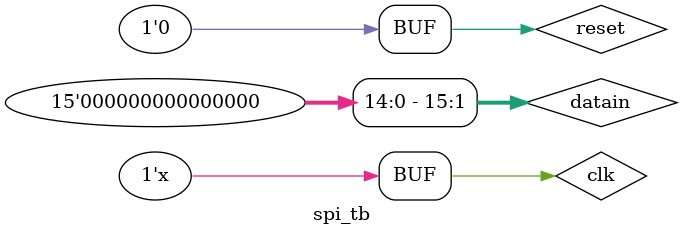
<source format=v>
`timescale 1ns / 1ps
module spi_tb();
wire spi_cs_l;
wire spi_sclk;
wire spi_data;
wire [4:0]counter;
reg clk;
reg reset;
reg [15:0]datain;

spi dut( spi_cs_l, spi_sclk, spi_data, counter, clk, reset, datain);

initial begin
clk = 0;
reset = 1;
datain = 0;
#20 reset=1'b0;
#20  datain=16'hF61E;
end
always #10 clk=~clk;
always #500 datain =$random;
endmodule

</source>
